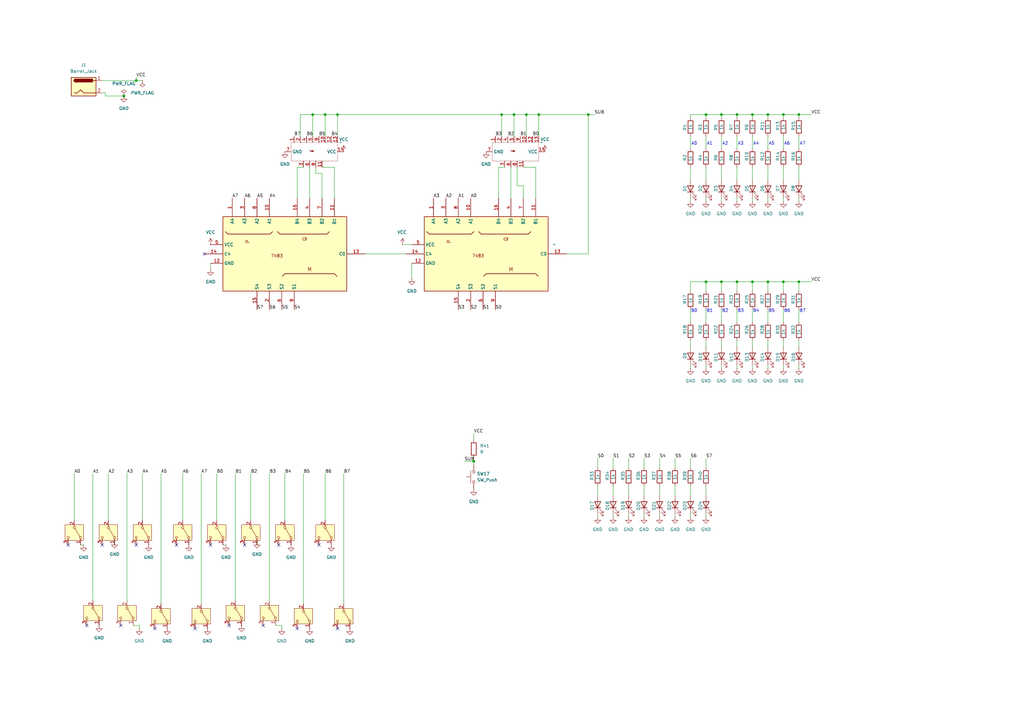
<source format=kicad_sch>
(kicad_sch (version 20250114) (generator "eeschema") (generator_version "9.0")
  (paper "A3")
  (text "A1" (at 291.084 58.928 0) (effects (font (size 1.27 1.27))))
  (text "B7" (at 329.184 127.508 0) (effects (font (size 1.27 1.27))))
  (text "B1" (at 291.084 127.508 0) (effects (font (size 1.27 1.27))))
  (text "B0" (at 284.734 127.508 0) (effects (font (size 1.27 1.27))))
  (text "A4" (at 310.134 58.928 0) (effects (font (size 1.27 1.27))))
  (text "B3" (at 303.784 127.508 0) (effects (font (size 1.27 1.27))))
  (text "A5" (at 316.484 58.928 0) (effects (font (size 1.27 1.27))))
  (text "A3" (at 303.784 58.928 0) (effects (font (size 1.27 1.27))))
  (text "A2" (at 297.434 58.928 0) (effects (font (size 1.27 1.27))))
  (text "A0" (at 284.734 58.928 0) (effects (font (size 1.27 1.27))))
  (text "B6" (at 322.834 127.508 0) (effects (font (size 1.27 1.27))))
  (text "B5" (at 316.484 127.508 0) (effects (font (size 1.27 1.27))))
  (text "B4" (at 310.134 127.508 0) (effects (font (size 1.27 1.27))))
  (text "A6" (at 322.834 58.928 0) (effects (font (size 1.27 1.27))))
  (text "B2" (at 297.434 127.508 0) (effects (font (size 1.27 1.27))))
  (text "A7" (at 329.184 58.928 0) (effects (font (size 1.27 1.27))))
  (junction (at 295.91 115.57))
  (junction (at 327.66 46.99))
  (junction (at 128.27 46.99))
  (junction (at 205.74 46.99))
  (junction (at 321.31 115.57))
  (junction (at 55.88 33.02))
  (junction (at 314.96 115.57))
  (junction (at 308.61 115.57))
  (junction (at 314.96 46.99))
  (junction (at 50.8 39.37))
  (junction (at 327.66 115.57))
  (junction (at 220.98 46.99))
  (junction (at 321.31 46.99))
  (junction (at 289.56 115.57))
  (junction (at 295.91 46.99))
  (junction (at 210.82 46.99))
  (junction (at 302.26 115.57))
  (junction (at 289.56 46.99))
  (junction (at 133.35 46.99))
  (junction (at 215.9 46.99))
  (junction (at 138.43 46.99))
  (junction (at 194.31 189.23))
  (junction (at 308.61 46.99))
  (junction (at 302.26 46.99))
  (junction (at 241.3 46.99))
  (no_connect (at 49.53 256.54))
  (no_connect (at 138.43 257.81))
  (no_connect (at 80.01 257.81))
  (no_connect (at 27.94 223.52))
  (no_connect (at 41.91 223.52))
  (no_connect (at 121.92 257.81))
  (no_connect (at 63.5 257.81))
  (no_connect (at 72.39 223.52))
  (no_connect (at 93.98 256.54))
  (no_connect (at 130.81 223.52))
  (no_connect (at 100.33 223.52))
  (no_connect (at 35.56 256.54))
  (no_connect (at 83.82 104.14))
  (no_connect (at 107.95 256.54))
  (no_connect (at 55.88 223.52))
  (no_connect (at 114.3 223.52))
  (no_connect (at 86.36 223.52))
  (wire (pts (xy 264.16 210.82) (xy 264.16 212.09)))
  (wire (pts (xy 289.56 46.99) (xy 289.56 48.26)))
  (wire (pts (xy 149.86 104.14) (xy 166.37 104.14)))
  (wire (pts (xy 88.9 194.31) (xy 88.9 213.36)))
  (wire (pts (xy 132.08 71.12) (xy 129.54 71.12)))
  (wire (pts (xy 314.96 81.28) (xy 314.96 82.55)))
  (wire (pts (xy 289.56 149.86) (xy 289.56 151.13)))
  (wire (pts (xy 289.56 210.82) (xy 289.56 212.09)))
  (wire (pts (xy 241.3 104.14) (xy 241.3 46.99)))
  (wire (pts (xy 283.21 210.82) (xy 283.21 212.09)))
  (wire (pts (xy 133.35 194.31) (xy 133.35 213.36)))
  (wire (pts (xy 214.63 81.28) (xy 214.63 76.2)))
  (wire (pts (xy 55.88 33.02) (xy 58.42 33.02)))
  (wire (pts (xy 321.31 149.86) (xy 321.31 151.13)))
  (wire (pts (xy 302.26 46.99) (xy 308.61 46.99)))
  (wire (pts (xy 276.86 187.96) (xy 276.86 191.77)))
  (wire (pts (xy 283.21 139.7) (xy 283.21 142.24)))
  (wire (pts (xy 327.66 81.28) (xy 327.66 82.55)))
  (wire (pts (xy 283.21 119.38) (xy 283.21 115.57)))
  (wire (pts (xy 257.81 187.96) (xy 257.81 191.77)))
  (wire (pts (xy 58.42 194.31) (xy 58.42 213.36)))
  (wire (pts (xy 327.66 127) (xy 327.66 132.08)))
  (wire (pts (xy 128.27 46.99) (xy 123.19 46.99)))
  (wire (pts (xy 308.61 115.57) (xy 314.96 115.57)))
  (wire (pts (xy 212.09 76.2) (xy 212.09 68.58)))
  (wire (pts (xy 327.66 115.57) (xy 327.66 119.38)))
  (wire (pts (xy 209.55 68.58) (xy 209.55 81.28)))
  (wire (pts (xy 276.86 199.39) (xy 276.86 203.2)))
  (wire (pts (xy 321.31 139.7) (xy 321.31 142.24)))
  (wire (pts (xy 308.61 46.99) (xy 314.96 46.99)))
  (wire (pts (xy 327.66 46.99) (xy 327.66 48.26)))
  (wire (pts (xy 302.26 115.57) (xy 302.26 119.38)))
  (wire (pts (xy 283.21 68.58) (xy 283.21 73.66)))
  (wire (pts (xy 327.66 139.7) (xy 327.66 142.24)))
  (wire (pts (xy 327.66 46.99) (xy 332.74 46.99)))
  (wire (pts (xy 295.91 46.99) (xy 295.91 48.26)))
  (wire (pts (xy 308.61 115.57) (xy 308.61 119.38)))
  (wire (pts (xy 302.26 115.57) (xy 308.61 115.57)))
  (wire (pts (xy 295.91 115.57) (xy 302.26 115.57)))
  (wire (pts (xy 321.31 55.88) (xy 321.31 60.96)))
  (wire (pts (xy 295.91 127) (xy 295.91 132.08)))
  (wire (pts (xy 66.04 194.31) (xy 66.04 247.65)))
  (wire (pts (xy 245.11 210.82) (xy 245.11 212.09)))
  (wire (pts (xy 314.96 149.86) (xy 314.96 151.13)))
  (wire (pts (xy 44.45 194.31) (xy 44.45 213.36)))
  (wire (pts (xy 194.31 177.8) (xy 194.31 180.34)))
  (wire (pts (xy 308.61 81.28) (xy 308.61 82.55)))
  (wire (pts (xy 38.1 194.31) (xy 38.1 246.38)))
  (wire (pts (xy 302.26 139.7) (xy 302.26 142.24)))
  (wire (pts (xy 314.96 46.99) (xy 321.31 46.99)))
  (wire (pts (xy 232.41 104.14) (xy 241.3 104.14)))
  (wire (pts (xy 308.61 68.58) (xy 308.61 73.66)))
  (wire (pts (xy 137.16 68.58) (xy 137.16 81.28)))
  (wire (pts (xy 321.31 127) (xy 321.31 132.08)))
  (wire (pts (xy 210.82 46.99) (xy 210.82 55.88)))
  (wire (pts (xy 283.21 199.39) (xy 283.21 203.2)))
  (wire (pts (xy 133.35 46.99) (xy 133.35 55.88)))
  (wire (pts (xy 165.1 100.33) (xy 168.91 100.33)))
  (wire (pts (xy 321.31 81.28) (xy 321.31 82.55)))
  (wire (pts (xy 302.26 55.88) (xy 302.26 60.96)))
  (wire (pts (xy 289.56 55.88) (xy 289.56 60.96)))
  (wire (pts (xy 308.61 46.99) (xy 308.61 48.26)))
  (wire (pts (xy 302.26 127) (xy 302.26 132.08)))
  (wire (pts (xy 241.3 46.99) (xy 220.98 46.99)))
  (wire (pts (xy 314.96 115.57) (xy 314.96 119.38)))
  (wire (pts (xy 116.84 194.31) (xy 116.84 213.36)))
  (wire (pts (xy 321.31 46.99) (xy 321.31 48.26)))
  (wire (pts (xy 270.51 187.96) (xy 270.51 191.77)))
  (wire (pts (xy 82.55 194.31) (xy 82.55 247.65)))
  (wire (pts (xy 295.91 139.7) (xy 295.91 142.24)))
  (wire (pts (xy 52.07 194.31) (xy 52.07 246.38)))
  (wire (pts (xy 102.87 194.31) (xy 102.87 213.36)))
  (wire (pts (xy 220.98 46.99) (xy 215.9 46.99)))
  (wire (pts (xy 295.91 81.28) (xy 295.91 82.55)))
  (wire (pts (xy 314.96 127) (xy 314.96 132.08)))
  (wire (pts (xy 295.91 115.57) (xy 295.91 119.38)))
  (wire (pts (xy 295.91 149.86) (xy 295.91 151.13)))
  (wire (pts (xy 132.08 68.58) (xy 137.16 68.58)))
  (wire (pts (xy 241.3 46.99) (xy 243.84 46.99)))
  (wire (pts (xy 321.31 115.57) (xy 321.31 119.38)))
  (wire (pts (xy 43.18 38.1) (xy 43.18 39.37)))
  (wire (pts (xy 57.15 256.54) (xy 57.15 257.81)))
  (wire (pts (xy 283.21 81.28) (xy 283.21 82.55)))
  (wire (pts (xy 30.48 194.31) (xy 30.48 213.36)))
  (wire (pts (xy 264.16 199.39) (xy 264.16 203.2)))
  (wire (pts (xy 138.43 46.99) (xy 138.43 55.88)))
  (wire (pts (xy 302.26 81.28) (xy 302.26 82.55)))
  (wire (pts (xy 251.46 187.96) (xy 251.46 191.77)))
  (wire (pts (xy 314.96 68.58) (xy 314.96 73.66)))
  (wire (pts (xy 219.71 68.58) (xy 214.63 68.58)))
  (wire (pts (xy 219.71 81.28) (xy 219.71 68.58)))
  (wire (pts (xy 321.31 68.58) (xy 321.31 73.66)))
  (wire (pts (xy 321.31 115.57) (xy 327.66 115.57)))
  (wire (pts (xy 96.52 194.31) (xy 96.52 246.38)))
  (wire (pts (xy 41.91 38.1) (xy 43.18 38.1)))
  (wire (pts (xy 308.61 55.88) (xy 308.61 60.96)))
  (wire (pts (xy 308.61 139.7) (xy 308.61 142.24)))
  (wire (pts (xy 54.61 256.54) (xy 57.15 256.54)))
  (wire (pts (xy 302.26 46.99) (xy 302.26 48.26)))
  (wire (pts (xy 314.96 139.7) (xy 314.96 142.24)))
  (wire (pts (xy 205.74 46.99) (xy 205.74 55.88)))
  (wire (pts (xy 86.36 110.49) (xy 86.36 107.95)))
  (wire (pts (xy 204.47 81.28) (xy 204.47 68.58)))
  (wire (pts (xy 115.57 256.54) (xy 115.57 257.81)))
  (wire (pts (xy 276.86 210.82) (xy 276.86 212.09)))
  (wire (pts (xy 327.66 149.86) (xy 327.66 151.13)))
  (wire (pts (xy 295.91 68.58) (xy 295.91 73.66)))
  (wire (pts (xy 127 68.58) (xy 127 81.28)))
  (wire (pts (xy 204.47 68.58) (xy 207.01 68.58)))
  (wire (pts (xy 215.9 46.99) (xy 210.82 46.99)))
  (wire (pts (xy 289.56 187.96) (xy 289.56 191.77)))
  (wire (pts (xy 214.63 76.2) (xy 212.09 76.2)))
  (wire (pts (xy 289.56 115.57) (xy 295.91 115.57)))
  (wire (pts (xy 105.41 223.52) (xy 105.41 222.25)))
  (wire (pts (xy 91.44 223.52) (xy 92.71 223.52)))
  (wire (pts (xy 289.56 199.39) (xy 289.56 203.2)))
  (wire (pts (xy 264.16 187.96) (xy 264.16 191.77)))
  (wire (pts (xy 55.88 31.75) (xy 55.88 33.02)))
  (wire (pts (xy 43.18 39.37) (xy 50.8 39.37)))
  (wire (pts (xy 128.27 46.99) (xy 128.27 55.88)))
  (wire (pts (xy 314.96 46.99) (xy 314.96 48.26)))
  (wire (pts (xy 289.56 46.99) (xy 295.91 46.99)))
  (wire (pts (xy 283.21 115.57) (xy 289.56 115.57)))
  (wire (pts (xy 283.21 55.88) (xy 283.21 60.96)))
  (wire (pts (xy 283.21 149.86) (xy 283.21 151.13)))
  (wire (pts (xy 132.08 81.28) (xy 132.08 71.12)))
  (wire (pts (xy 283.21 127) (xy 283.21 132.08)))
  (wire (pts (xy 257.81 210.82) (xy 257.81 212.09)))
  (wire (pts (xy 110.49 194.31) (xy 110.49 246.38)))
  (wire (pts (xy 245.11 187.96) (xy 245.11 191.77)))
  (wire (pts (xy 121.92 68.58) (xy 124.46 68.58)))
  (wire (pts (xy 41.91 33.02) (xy 55.88 33.02)))
  (wire (pts (xy 321.31 46.99) (xy 327.66 46.99)))
  (wire (pts (xy 295.91 46.99) (xy 302.26 46.99)))
  (wire (pts (xy 205.74 46.99) (xy 138.43 46.99)))
  (wire (pts (xy 283.21 48.26) (xy 283.21 46.99)))
  (wire (pts (xy 194.31 189.23) (xy 194.31 190.5)))
  (wire (pts (xy 327.66 68.58) (xy 327.66 73.66)))
  (wire (pts (xy 46.99 223.52) (xy 46.99 222.25)))
  (wire (pts (xy 314.96 55.88) (xy 314.96 60.96)))
  (wire (pts (xy 327.66 115.57) (xy 332.74 115.57)))
  (wire (pts (xy 289.56 81.28) (xy 289.56 82.55)))
  (wire (pts (xy 283.21 46.99) (xy 289.56 46.99)))
  (wire (pts (xy 123.19 46.99) (xy 123.19 55.88)))
  (wire (pts (xy 289.56 139.7) (xy 289.56 142.24)))
  (wire (pts (xy 74.93 194.31) (xy 74.93 213.36)))
  (wire (pts (xy 190.5 189.23) (xy 194.31 189.23)))
  (wire (pts (xy 289.56 115.57) (xy 289.56 119.38)))
  (wire (pts (xy 308.61 127) (xy 308.61 132.08)))
  (wire (pts (xy 129.54 71.12) (xy 129.54 68.58)))
  (wire (pts (xy 257.81 199.39) (xy 257.81 203.2)))
  (wire (pts (xy 283.21 187.96) (xy 283.21 191.77)))
  (wire (pts (xy 314.96 115.57) (xy 321.31 115.57)))
  (wire (pts (xy 220.98 46.99) (xy 220.98 55.88)))
  (wire (pts (xy 113.03 256.54) (xy 115.57 256.54)))
  (wire (pts (xy 327.66 55.88) (xy 327.66 60.96)))
  (wire (pts (xy 245.11 199.39) (xy 245.11 203.2)))
  (wire (pts (xy 140.97 194.31) (xy 140.97 247.65)))
  (wire (pts (xy 251.46 210.82) (xy 251.46 212.09)))
  (wire (pts (xy 270.51 210.82) (xy 270.51 212.09)))
  (wire (pts (xy 133.35 46.99) (xy 128.27 46.99)))
  (wire (pts (xy 251.46 199.39) (xy 251.46 203.2)))
  (wire (pts (xy 289.56 68.58) (xy 289.56 73.66)))
  (wire (pts (xy 121.92 81.28) (xy 121.92 68.58)))
  (wire (pts (xy 215.9 46.99) (xy 215.9 55.88)))
  (wire (pts (xy 302.26 68.58) (xy 302.26 73.66)))
  (wire (pts (xy 33.02 223.52) (xy 34.29 223.52)))
  (wire (pts (xy 210.82 46.99) (xy 205.74 46.99)))
  (wire (pts (xy 194.31 187.96) (xy 194.31 189.23)))
  (wire (pts (xy 168.91 107.95) (xy 168.91 114.3)))
  (wire (pts (xy 270.51 199.39) (xy 270.51 203.2)))
  (wire (pts (xy 289.56 127) (xy 289.56 132.08)))
  (wire (pts (xy 302.26 149.86) (xy 302.26 151.13)))
  (wire (pts (xy 308.61 149.86) (xy 308.61 151.13)))
  (wire (pts (xy 295.91 55.88) (xy 295.91 60.96)))
  (wire (pts (xy 124.46 194.31) (xy 124.46 247.65)))
  (wire (pts (xy 138.43 46.99) (xy 133.35 46.99)))
  (label "A2" (at 182.88 81.28 0))
  (label "A0" (at 30.48 194.31 0))
  (label "S7" (at 289.56 187.96 0))
  (label "A0" (at 193.04 81.28 0))
  (label "A7" (at 82.55 194.31 0))
  (label "S4" (at 270.51 187.96 0))
  (label "A6" (at 74.93 194.31 0))
  (label "B2" (at 102.87 194.31 0))
  (label "A4" (at 58.42 194.31 0))
  (label "B5" (at 124.46 194.31 0))
  (label "A2" (at 44.45 194.31 0))
  (label "A7" (at 95.25 81.28 0))
  (label "A6" (at 100.33 81.28 0))
  (label "VCC" (at 194.31 177.8 0))
  (label "B0" (at 218.44 55.88 0))
  (label "SUB" (at 243.84 46.99 0))
  (label "A5" (at 105.41 81.28 0))
  (label "S3" (at 264.16 187.96 0))
  (label "B1" (at 213.36 55.88 0))
  (label "B4" (at 135.89 55.88 0))
  (label "S5" (at 115.57 127 0))
  (label "S7" (at 105.41 127 0))
  (label "B6" (at 125.73 55.88 0))
  (label "VCC" (at 332.74 46.99 0))
  (label "B1" (at 96.52 194.31 0))
  (label "S3" (at 187.96 127 0))
  (label "A1" (at 38.1 194.31 0))
  (label "B2" (at 208.28 55.88 0))
  (label "B5" (at 130.81 55.88 0))
  (label "S4" (at 120.65 127 0))
  (label "VCC" (at 55.88 31.75 0))
  (label "S6" (at 283.21 187.96 0))
  (label "S1" (at 251.46 187.96 0))
  (label "S1" (at 198.12 127 0))
  (label "B7" (at 120.65 55.88 0))
  (label "S0" (at 203.2 127 0))
  (label "A4" (at 110.49 81.28 0))
  (label "B0" (at 88.9 194.31 0))
  (label "B3" (at 110.49 194.31 0))
  (label "A3" (at 177.8 81.28 0))
  (label "S0" (at 245.11 187.96 0))
  (label "VCC" (at 332.74 115.57 0))
  (label "A5" (at 66.04 194.31 0))
  (label "B7" (at 140.97 194.31 0))
  (label "B6" (at 133.35 194.31 0))
  (label "S6" (at 110.49 127 0))
  (label "SUB" (at 190.5 189.23 0))
  (label "S5" (at 276.86 187.96 0))
  (label "S2" (at 193.04 127 0))
  (label "A3" (at 52.07 194.31 0))
  (label "B4" (at 116.84 194.31 0))
  (label "S2" (at 257.81 187.96 0))
  (label "A1" (at 187.96 81.28 0))
  (label "B3" (at 203.2 55.88 0))
  (symbol (lib_id "power:GND") (at 245.11 212.09 0) (unit 1)
    (property "Reference" "#PWR043" (effects (hide yes)))
    (property "Value" "GND" (at 245.11 217.17 0))
    (property "Description" "Power symbol creates a global label with name \"GND\" , ground" (effects (hide yes)))
  )
  (symbol (lib_id "Device:R") (at 289.56 195.58 0) (unit 1)
    (property "Reference" "R40" (at 287.274 197.104 90) (effects (justify left)))
    (property "Value" "1k" (at 289.56 196.85 90) (effects (justify left)))
    (property "Footprint" "Resistor_THT:R_Axial_DIN0204_L3.6mm_D1.6mm_P5.08mm_Horizontal" (effects (hide yes)))
    (property "Description" "Resistor" (effects (hide yes)))
  )
  (symbol (lib_id "power:PWR_FLAG") (at 58.42 33.02 180) (unit 1)
    (property "Reference" "#FLG01" (effects (hide yes)))
    (property "Value" "PWR_FLAG" (at 58.42 38.1 0))
    (property "Description" "Special symbol for telling ERC where power comes from" (effects (hide yes)))
  )
  (symbol (lib_id "ICs:7483") (at 196.85 109.22 0) (unit 1)
    (property "Reference" "U1" (effects (hide yes)))
    (property "Value" "~" (at 227.33 100.2598 0))
    (property "Footprint" "Package_DIP:DIP-16_W7.62mm" (effects (hide yes)))
  )
  (symbol (lib_id "power:GND") (at 143.51 257.81 0) (unit 1)
    (property "Reference" "#PWR026" (effects (hide yes)))
    (property "Value" "GND" (at 143.51 262.89 0))
    (property "Description" "Power symbol creates a global label with name \"GND\" , ground" (effects (hide yes)))
  )
  (symbol (lib_id "power:GND") (at 308.61 82.55 0) (unit 1)
    (property "Reference" "#PWR031" (effects (hide yes)))
    (property "Value" "GND" (at 308.61 87.63 0))
    (property "Description" "Power symbol creates a global label with name \"GND\" , ground" (effects (hide yes)))
  )
  (symbol (lib_id "power:GND") (at 264.16 212.09 0) (unit 1)
    (property "Reference" "#PWR046" (effects (hide yes)))
    (property "Value" "GND" (at 264.16 217.17 0))
    (property "Description" "Power symbol creates a global label with name \"GND\" , ground" (effects (hide yes)))
  )
  (symbol (lib_id "power:GND") (at 251.46 212.09 0) (unit 1)
    (property "Reference" "#PWR044" (effects (hide yes)))
    (property "Value" "GND" (at 251.46 217.17 0))
    (property "Description" "Power symbol creates a global label with name \"GND\" , ground" (effects (hide yes)))
  )
  (symbol (lib_id "Switch:SW_SPDT") (at 52.07 251.46 270) (unit 1)
    (property "Reference" "SW6" (effects (hide yes)))
    (property "Value" "SW_SPDT" (effects (hide yes)))
    (property "Footprint" "new switch:adder switch" (effects (hide yes)))
    (property "Description" "Switch, single pole double throw" (effects (hide yes)))
  )
  (symbol (lib_id "Device:R") (at 302.26 135.89 0) (unit 1)
    (property "Reference" "R24" (at 299.974 137.16 90) (effects (justify left)))
    (property "Value" "1k" (at 302.26 137.414 90) (effects (justify left)))
    (property "Footprint" "Resistor_THT:R_Axial_DIN0204_L3.6mm_D1.6mm_P5.08mm_Horizontal" (effects (hide yes)))
    (property "Description" "Resistor" (effects (hide yes)))
  )
  (symbol (lib_id "power:GND") (at 283.21 82.55 0) (unit 1)
    (property "Reference" "#PWR027" (effects (hide yes)))
    (property "Value" "GND" (at 283.21 87.63 0))
    (property "Description" "Power symbol creates a global label with name \"GND\" , ground" (effects (hide yes)))
  )
  (symbol (lib_id "power:GND") (at 302.26 82.55 0) (unit 1)
    (property "Reference" "#PWR030" (effects (hide yes)))
    (property "Value" "GND" (at 302.26 87.63 0))
    (property "Description" "Power symbol creates a global label with name \"GND\" , ground" (effects (hide yes)))
  )
  (symbol (lib_id "Device:R") (at 308.61 52.07 0) (unit 1)
    (property "Reference" "R9" (at 306.324 53.594 90) (effects (justify left)))
    (property "Value" "1k" (at 308.61 53.34 90) (effects (justify left)))
    (property "Footprint" "Resistor_THT:R_Axial_DIN0204_L3.6mm_D1.6mm_P5.08mm_Horizontal" (effects (hide yes)))
    (property "Description" "Resistor" (effects (hide yes)))
  )
  (symbol (lib_id "power:GND") (at 57.15 257.81 0) (unit 1)
    (property "Reference" "#PWR012" (effects (hide yes)))
    (property "Value" "GND" (at 57.15 262.89 0))
    (property "Description" "Power symbol creates a global label with name \"GND\" , ground" (effects (hide yes)))
  )
  (symbol (lib_id "ICs:7486") (at 127 62.23 0) (unit 1)
    (property "Reference" "U2" (effects (hide yes)))
    (property "Value" "~" (at 139.7 58.3498 0))
    (property "Footprint" "Package_DIP:DIP-14_W7.62mm" (effects (hide yes)))
  )
  (symbol (lib_id "power:GND") (at 127 257.81 0) (unit 1)
    (property "Reference" "#PWR022" (effects (hide yes)))
    (property "Value" "GND" (at 127 262.89 0))
    (property "Description" "Power symbol creates a global label with name \"GND\" , ground" (effects (hide yes)))
  )
  (symbol (lib_id "power:GND") (at 86.36 110.49 0) (unit 1)
    (property "Reference" "#PWR01" (effects (hide yes)))
    (property "Value" "GND" (at 86.36 115.57 0))
    (property "Description" "Power symbol creates a global label with name \"GND\" , ground" (effects (hide yes)))
  )
  (symbol (lib_id "power:GND") (at 289.56 151.13 0) (unit 1)
    (property "Reference" "#PWR036" (effects (hide yes)))
    (property "Value" "GND" (at 289.56 156.21 0))
    (property "Description" "Power symbol creates a global label with name \"GND\" , ground" (effects (hide yes)))
  )
  (symbol (lib_id "ICs:7483") (at 114.3 109.22 0) (unit 1)
    (property "Reference" "U4" (effects (hide yes)))
    (property "Footprint" "Package_DIP:DIP-16_W7.62mm" (effects (hide yes)))
  )
  (symbol (lib_id "power:GND") (at 135.89 223.52 0) (unit 1)
    (property "Reference" "#PWR025" (effects (hide yes)))
    (property "Value" "GND" (at 135.89 228.6 0))
    (property "Description" "Power symbol creates a global label with name \"GND\" , ground" (effects (hide yes)))
  )
  (symbol (lib_id "Device:R") (at 302.26 52.07 0) (unit 1)
    (property "Reference" "R7" (at 299.974 53.594 90) (effects (justify left)))
    (property "Value" "1k" (at 302.26 53.34 90) (effects (justify left)))
    (property "Footprint" "Resistor_THT:R_Axial_DIN0204_L3.6mm_D1.6mm_P5.08mm_Horizontal" (effects (hide yes)))
    (property "Description" "Resistor" (effects (hide yes)))
  )
  (symbol (lib_id "Device:R") (at 295.91 64.77 0) (unit 1)
    (property "Reference" "R6" (at 293.624 66.04 90) (effects (justify left)))
    (property "Value" "1k" (at 295.91 66.294 90) (effects (justify left)))
    (property "Footprint" "Resistor_THT:R_Axial_DIN0204_L3.6mm_D1.6mm_P5.08mm_Horizontal" (effects (hide yes)))
    (property "Description" "Resistor" (effects (hide yes)))
  )
  (symbol (lib_id "Device:LED") (at 283.21 207.01 90) (unit 1)
    (property "Reference" "D23" (at 280.924 205.486 0) (effects (justify right)))
    (property "Value" "LED" (effects (hide yes)))
    (property "Footprint" "LED_THT:LED_D3.0mm" (effects (hide yes)))
    (property "Description" "Light emitting diode" (effects (hide yes)))
    (property "Sim.Pins" "1=K 2=A" (effects (hide yes)))
  )
  (symbol (lib_id "power:PWR_FLAG") (at 50.8 39.37 0) (unit 1)
    (property "Reference" "#FLG02" (effects (hide yes)))
    (property "Value" "PWR_FLAG" (at 50.8 34.29 0))
    (property "Description" "Special symbol for telling ERC where power comes from" (effects (hide yes)))
  )
  (symbol (lib_id "Device:R") (at 308.61 64.77 0) (unit 1)
    (property "Reference" "R10" (at 306.324 66.04 90) (effects (justify left)))
    (property "Value" "1k" (at 308.61 66.294 90) (effects (justify left)))
    (property "Footprint" "Resistor_THT:R_Axial_DIN0204_L3.6mm_D1.6mm_P5.08mm_Horizontal" (effects (hide yes)))
    (property "Description" "Resistor" (effects (hide yes)))
  )
  (symbol (lib_id "Device:R") (at 194.31 184.15 0) (unit 1)
    (property "Reference" "R41" (at 196.85 182.8799 0) (effects (justify left)))
    (property "Value" "R" (at 196.85 185.4199 0) (effects (justify left)))
    (property "Footprint" "Resistor_THT:R_Axial_DIN0204_L3.6mm_D1.6mm_P5.08mm_Horizontal" (effects (hide yes)))
    (property "Description" "Resistor" (effects (hide yes)))
  )
  (symbol (lib_id "Switch:SW_SPDT") (at 110.49 251.46 270) (unit 1)
    (property "Reference" "SW11" (effects (hide yes)))
    (property "Value" "SW_SPDT" (effects (hide yes)))
    (property "Footprint" "new switch:adder switch" (effects (hide yes)))
    (property "Description" "Switch, single pole double throw" (effects (hide yes)))
  )
  (symbol (lib_id "Device:R") (at 314.96 123.19 0) (unit 1)
    (property "Reference" "R27" (at 312.674 124.714 90) (effects (justify left)))
    (property "Value" "1k" (at 314.96 124.46 90) (effects (justify left)))
    (property "Footprint" "Resistor_THT:R_Axial_DIN0204_L3.6mm_D1.6mm_P5.08mm_Horizontal" (effects (hide yes)))
    (property "Description" "Resistor" (effects (hide yes)))
  )
  (symbol (lib_id "power:GND") (at 60.96 223.52 0) (unit 1)
    (property "Reference" "#PWR021" (effects (hide yes)))
    (property "Value" "GND" (at 60.96 228.6 0))
    (property "Description" "Power symbol creates a global label with name \"GND\" , ground" (effects (hide yes)))
  )
  (symbol (lib_id "power:GND") (at 314.96 82.55 0) (unit 1)
    (property "Reference" "#PWR032" (effects (hide yes)))
    (property "Value" "GND" (at 314.96 87.63 0))
    (property "Description" "Power symbol creates a global label with name \"GND\" , ground" (effects (hide yes)))
  )
  (symbol (lib_id "power:VCC") (at 140.97 62.23 0) (unit 1)
    (property "Reference" "#PWR06" (effects (hide yes)))
    (property "Value" "VCC" (at 140.97 57.15 0))
    (property "Description" "Power symbol creates a global label with name \"VCC\"" (effects (hide yes)))
  )
  (symbol (lib_id "power:GND") (at 289.56 212.09 0) (unit 1)
    (property "Reference" "#PWR050" (effects (hide yes)))
    (property "Value" "GND" (at 289.56 217.17 0))
    (property "Description" "Power symbol creates a global label with name \"GND\" , ground" (effects (hide yes)))
  )
  (symbol (lib_id "Device:R") (at 251.46 195.58 0) (unit 1)
    (property "Reference" "R34" (at 249.174 197.104 90) (effects (justify left)))
    (property "Value" "1k" (at 251.46 196.85 90) (effects (justify left)))
    (property "Footprint" "Resistor_THT:R_Axial_DIN0204_L3.6mm_D1.6mm_P5.08mm_Horizontal" (effects (hide yes)))
    (property "Description" "Resistor" (effects (hide yes)))
  )
  (symbol (lib_id "Device:R") (at 321.31 64.77 0) (unit 1)
    (property "Reference" "R14" (at 319.024 66.04 90) (effects (justify left)))
    (property "Value" "1k" (at 321.31 66.294 90) (effects (justify left)))
    (property "Footprint" "Resistor_THT:R_Axial_DIN0204_L3.6mm_D1.6mm_P5.08mm_Horizontal" (effects (hide yes)))
    (property "Description" "Resistor" (effects (hide yes)))
  )
  (symbol (lib_id "Device:R") (at 289.56 64.77 0) (unit 1)
    (property "Reference" "R4" (at 287.274 66.04 90) (effects (justify left)))
    (property "Value" "1k" (at 289.56 66.294 90) (effects (justify left)))
    (property "Footprint" "Resistor_THT:R_Axial_DIN0204_L3.6mm_D1.6mm_P5.08mm_Horizontal" (effects (hide yes)))
    (property "Description" "Resistor" (effects (hide yes)))
  )
  (symbol (lib_id "power:GND") (at 295.91 151.13 0) (unit 1)
    (property "Reference" "#PWR037" (effects (hide yes)))
    (property "Value" "GND" (at 295.91 156.21 0))
    (property "Description" "Power symbol creates a global label with name \"GND\" , ground" (effects (hide yes)))
  )
  (symbol (lib_id "power:GND") (at 99.06 256.54 0) (unit 1)
    (property "Reference" "#PWR014" (effects (hide yes)))
    (property "Value" "GND" (at 99.06 261.62 0))
    (property "Description" "Power symbol creates a global label with name \"GND\" , ground" (effects (hide yes)))
  )
  (symbol (lib_id "Device:LED") (at 314.96 77.47 90) (unit 1)
    (property "Reference" "D6" (at 312.674 75.946 0) (effects (justify right)))
    (property "Value" "LED" (effects (hide yes)))
    (property "Footprint" "LED_THT:LED_D3.0mm" (effects (hide yes)))
    (property "Description" "Light emitting diode" (effects (hide yes)))
    (property "Sim.Pins" "1=K 2=A" (effects (hide yes)))
  )
  (symbol (lib_id "power:GND") (at 116.84 62.23 0) (unit 1)
    (property "Reference" "#PWR07" (effects (hide yes)))
    (property "Value" "GND" (at 116.84 67.31 0))
    (property "Description" "Power symbol creates a global label with name \"GND\" , ground" (effects (hide yes)))
  )
  (symbol (lib_id "power:GND") (at 68.58 257.81 0) (unit 1)
    (property "Reference" "#PWR015" (effects (hide yes)))
    (property "Value" "GND" (at 68.58 262.89 0))
    (property "Description" "Power symbol creates a global label with name \"GND\" , ground" (effects (hide yes)))
  )
  (symbol (lib_id "Switch:SW_SPDT") (at 102.87 218.44 270) (unit 1)
    (property "Reference" "SW10" (effects (hide yes)))
    (property "Value" "SW_SPDT" (effects (hide yes)))
    (property "Footprint" "new switch:adder switch" (effects (hide yes)))
    (property "Description" "Switch, single pole double throw" (effects (hide yes)))
  )
  (symbol (lib_id "Switch:SW_SPDT") (at 140.97 252.73 270) (unit 1)
    (property "Reference" "SW16" (effects (hide yes)))
    (property "Value" "SW_SPDT" (effects (hide yes)))
    (property "Footprint" "new switch:adder switch" (effects (hide yes)))
    (property "Description" "Switch, single pole double throw" (effects (hide yes)))
  )
  (symbol (lib_id "power:GND") (at 283.21 151.13 0) (unit 1)
    (property "Reference" "#PWR035" (effects (hide yes)))
    (property "Value" "GND" (at 283.21 156.21 0))
    (property "Description" "Power symbol creates a global label with name \"GND\" , ground" (effects (hide yes)))
  )
  (symbol (lib_id "Device:LED") (at 289.56 207.01 90) (unit 1)
    (property "Reference" "D24" (at 287.274 205.486 0) (effects (justify right)))
    (property "Value" "LED" (effects (hide yes)))
    (property "Footprint" "LED_THT:LED_D3.0mm" (effects (hide yes)))
    (property "Description" "Light emitting diode" (effects (hide yes)))
    (property "Sim.Pins" "1=K 2=A" (effects (hide yes)))
  )
  (symbol (lib_id "Device:R") (at 283.21 64.77 0) (unit 1)
    (property "Reference" "R2" (at 280.924 66.04 90) (effects (justify left)))
    (property "Value" "1k" (at 283.21 66.294 90) (effects (justify left)))
    (property "Footprint" "Resistor_THT:R_Axial_DIN0204_L3.6mm_D1.6mm_P5.08mm_Horizontal" (effects (hide yes)))
    (property "Description" "Resistor" (effects (hide yes)))
  )
  (symbol (lib_id "Device:LED") (at 245.11 207.01 90) (unit 1)
    (property "Reference" "D17" (at 242.824 205.486 0) (effects (justify right)))
    (property "Value" "LED" (effects (hide yes)))
    (property "Footprint" "LED_THT:LED_D3.0mm" (effects (hide yes)))
    (property "Description" "Light emitting diode" (effects (hide yes)))
    (property "Sim.Pins" "1=K 2=A" (effects (hide yes)))
  )
  (symbol (lib_id "Device:LED") (at 276.86 207.01 90) (unit 1)
    (property "Reference" "D22" (at 274.574 205.486 0) (effects (justify right)))
    (property "Value" "LED" (effects (hide yes)))
    (property "Footprint" "LED_THT:LED_D3.0mm" (effects (hide yes)))
    (property "Description" "Light emitting diode" (effects (hide yes)))
    (property "Sim.Pins" "1=K 2=A" (effects (hide yes)))
  )
  (symbol (lib_id "Device:R") (at 295.91 123.19 0) (unit 1)
    (property "Reference" "R21" (at 293.624 124.714 90) (effects (justify left)))
    (property "Value" "1k" (at 295.91 124.46 90) (effects (justify left)))
    (property "Footprint" "Resistor_THT:R_Axial_DIN0204_L3.6mm_D1.6mm_P5.08mm_Horizontal" (effects (hide yes)))
    (property "Description" "Resistor" (effects (hide yes)))
  )
  (symbol (lib_id "Switch:SW_SPDT") (at 44.45 218.44 270) (unit 1)
    (property "Reference" "SW8" (effects (hide yes)))
    (property "Value" "SW_SPDT" (effects (hide yes)))
    (property "Footprint" "new switch:adder switch" (effects (hide yes)))
    (property "Description" "Switch, single pole double throw" (effects (hide yes)))
  )
  (symbol (lib_id "Device:R") (at 321.31 135.89 0) (unit 1)
    (property "Reference" "R30" (at 319.024 137.16 90) (effects (justify left)))
    (property "Value" "1k" (at 321.31 137.414 90) (effects (justify left)))
    (property "Footprint" "Resistor_THT:R_Axial_DIN0204_L3.6mm_D1.6mm_P5.08mm_Horizontal" (effects (hide yes)))
    (property "Description" "Resistor" (effects (hide yes)))
  )
  (symbol (lib_id "power:GND") (at 194.31 200.66 0) (unit 1)
    (property "Reference" "#PWR051" (effects (hide yes)))
    (property "Value" "GND" (at 194.31 205.74 0))
    (property "Description" "Power symbol creates a global label with name \"GND\" , ground" (effects (hide yes)))
  )
  (symbol (lib_id "Switch:SW_SPDT") (at 124.46 252.73 270) (unit 1)
    (property "Reference" "SW14" (effects (hide yes)))
    (property "Value" "SW_SPDT" (effects (hide yes)))
    (property "Footprint" "new switch:adder switch" (effects (hide yes)))
    (property "Description" "Switch, single pole double throw" (effects (hide yes)))
  )
  (symbol (lib_id "Device:LED") (at 314.96 146.05 90) (unit 1)
    (property "Reference" "D14" (at 312.674 144.526 0) (effects (justify right)))
    (property "Value" "LED" (effects (hide yes)))
    (property "Footprint" "LED_THT:LED_D3.0mm" (effects (hide yes)))
    (property "Description" "Light emitting diode" (effects (hide yes)))
    (property "Sim.Pins" "1=K 2=A" (effects (hide yes)))
  )
  (symbol (lib_id "power:VCC") (at 165.1 100.33 0) (unit 1)
    (property "Reference" "#PWR03" (effects (hide yes)))
    (property "Value" "VCC" (at 164.846 95.25 0))
    (property "Description" "Power symbol creates a global label with name \"VCC\"" (effects (hide yes)))
  )
  (symbol (lib_id "power:GND") (at 85.09 257.81 0) (unit 1)
    (property "Reference" "#PWR024" (effects (hide yes)))
    (property "Value" "GND" (at 85.09 262.89 0))
    (property "Description" "Power symbol creates a global label with name \"GND\" , ground" (effects (hide yes)))
  )
  (symbol (lib_id "Device:LED") (at 302.26 146.05 90) (unit 1)
    (property "Reference" "D12" (at 299.974 144.526 0) (effects (justify right)))
    (property "Value" "LED" (effects (hide yes)))
    (property "Footprint" "LED_THT:LED_D3.0mm" (effects (hide yes)))
    (property "Description" "Light emitting diode" (effects (hide yes)))
    (property "Sim.Pins" "1=K 2=A" (effects (hide yes)))
  )
  (symbol (lib_id "Device:R") (at 314.96 135.89 0) (unit 1)
    (property "Reference" "R28" (at 312.674 137.16 90) (effects (justify left)))
    (property "Value" "1k" (at 314.96 137.414 90) (effects (justify left)))
    (property "Footprint" "Resistor_THT:R_Axial_DIN0204_L3.6mm_D1.6mm_P5.08mm_Horizontal" (effects (hide yes)))
    (property "Description" "Resistor" (effects (hide yes)))
  )
  (symbol (lib_id "power:GND") (at 77.47 223.52 0) (unit 1)
    (property "Reference" "#PWR023" (effects (hide yes)))
    (property "Value" "GND" (at 77.47 228.6 0))
    (property "Description" "Power symbol creates a global label with name \"GND\" , ground" (effects (hide yes)))
  )
  (symbol (lib_id "Device:LED") (at 308.61 77.47 90) (unit 1)
    (property "Reference" "D5" (at 306.324 75.946 0) (effects (justify right)))
    (property "Value" "LED" (effects (hide yes)))
    (property "Footprint" "LED_THT:LED_D3.0mm" (effects (hide yes)))
    (property "Description" "Light emitting diode" (effects (hide yes)))
    (property "Sim.Pins" "1=K 2=A" (effects (hide yes)))
  )
  (symbol (lib_id "Device:R") (at 302.26 123.19 0) (unit 1)
    (property "Reference" "R23" (at 299.974 124.714 90) (effects (justify left)))
    (property "Value" "1k" (at 302.26 124.46 90) (effects (justify left)))
    (property "Footprint" "Resistor_THT:R_Axial_DIN0204_L3.6mm_D1.6mm_P5.08mm_Horizontal" (effects (hide yes)))
    (property "Description" "Resistor" (effects (hide yes)))
  )
  (symbol (lib_id "power:GND") (at 270.51 212.09 0) (unit 1)
    (property "Reference" "#PWR047" (effects (hide yes)))
    (property "Value" "GND" (at 270.51 217.17 0))
    (property "Description" "Power symbol creates a global label with name \"GND\" , ground" (effects (hide yes)))
  )
  (symbol (lib_id "Device:R") (at 283.21 52.07 0) (unit 1)
    (property "Reference" "R1" (at 280.924 53.594 90) (effects (justify left)))
    (property "Value" "1k" (at 283.21 53.34 90) (effects (justify left)))
    (property "Footprint" "Resistor_THT:R_Axial_DIN0204_L3.6mm_D1.6mm_P5.08mm_Horizontal" (effects (hide yes)))
    (property "Description" "Resistor" (effects (hide yes)))
  )
  (symbol (lib_id "power:GND") (at 119.38 223.52 0) (unit 1)
    (property "Reference" "#PWR018" (effects (hide yes)))
    (property "Value" "GND" (at 119.38 228.6 0))
    (property "Description" "Power symbol creates a global label with name \"GND\" , ground" (effects (hide yes)))
  )
  (symbol (lib_id "Device:R") (at 283.21 123.19 0) (unit 1)
    (property "Reference" "R17" (at 280.924 124.714 90) (effects (justify left)))
    (property "Value" "1k" (at 283.21 124.46 90) (effects (justify left)))
    (property "Footprint" "Resistor_THT:R_Axial_DIN0204_L3.6mm_D1.6mm_P5.08mm_Horizontal" (effects (hide yes)))
    (property "Description" "Resistor" (effects (hide yes)))
  )
  (symbol (lib_id "Switch:SW_SPDT") (at 88.9 218.44 270) (unit 1)
    (property "Reference" "SW1" (effects (hide yes)))
    (property "Value" "SW_SPDT" (effects (hide yes)))
    (property "Footprint" "new switch:adder switch" (effects (hide yes)))
    (property "Description" "Switch, single pole double throw" (effects (hide yes)))
  )
  (symbol (lib_id "power:GND") (at 115.57 257.81 0) (unit 1)
    (property "Reference" "#PWR017" (effects (hide yes)))
    (property "Value" "GND" (at 115.57 262.89 0))
    (property "Description" "Power symbol creates a global label with name \"GND\" , ground" (effects (hide yes)))
  )
  (symbol (lib_id "Device:LED") (at 327.66 77.47 90) (unit 1)
    (property "Reference" "D8" (at 325.374 75.946 0) (effects (justify right)))
    (property "Value" "LED" (effects (hide yes)))
    (property "Footprint" "LED_THT:LED_D3.0mm" (effects (hide yes)))
    (property "Description" "Light emitting diode" (effects (hide yes)))
    (property "Sim.Pins" "1=K 2=A" (effects (hide yes)))
  )
  (symbol (lib_id "Device:LED") (at 283.21 77.47 90) (unit 1)
    (property "Reference" "D1" (at 280.924 75.946 0) (effects (justify right)))
    (property "Value" "LED" (effects (hide yes)))
    (property "Footprint" "LED_THT:LED_D3.0mm" (effects (hide yes)))
    (property "Description" "Light emitting diode" (effects (hide yes)))
    (property "Sim.Pins" "1=K 2=A" (effects (hide yes)))
  )
  (symbol (lib_id "Device:R") (at 289.56 123.19 0) (unit 1)
    (property "Reference" "R19" (at 287.274 124.714 90) (effects (justify left)))
    (property "Value" "1k" (at 289.56 124.46 90) (effects (justify left)))
    (property "Footprint" "Resistor_THT:R_Axial_DIN0204_L3.6mm_D1.6mm_P5.08mm_Horizontal" (effects (hide yes)))
    (property "Description" "Resistor" (effects (hide yes)))
  )
  (symbol (lib_id "power:VCC") (at 86.36 100.33 0) (unit 1)
    (property "Reference" "#PWR04" (effects (hide yes)))
    (property "Value" "VCC" (at 86.36 95.25 0))
    (property "Description" "Power symbol creates a global label with name \"VCC\"" (effects (hide yes)))
  )
  (symbol (lib_id "power:GND") (at 199.39 62.23 0) (unit 1)
    (property "Reference" "#PWR08" (effects (hide yes)))
    (property "Value" "GND" (at 199.39 67.31 0))
    (property "Description" "Power symbol creates a global label with name \"GND\" , ground" (effects (hide yes)))
  )
  (symbol (lib_id "Device:R") (at 289.56 52.07 0) (unit 1)
    (property "Reference" "R3" (at 287.274 53.594 90) (effects (justify left)))
    (property "Value" "1k" (at 289.56 53.34 90) (effects (justify left)))
    (property "Footprint" "Resistor_THT:R_Axial_DIN0204_L3.6mm_D1.6mm_P5.08mm_Horizontal" (effects (hide yes)))
    (property "Description" "Resistor" (effects (hide yes)))
  )
  (symbol (lib_id "power:GND") (at 105.41 222.25 0) (unit 1)
    (property "Reference" "#PWR016" (effects (hide yes)))
    (property "Value" "GND" (at 105.41 227.33 0))
    (property "Description" "Power symbol creates a global label with name \"GND\" , ground" (effects (hide yes)))
  )
  (symbol (lib_id "power:GND") (at 40.64 256.54 0) (unit 1)
    (property "Reference" "#PWR011" (effects (hide yes)))
    (property "Value" "GND" (at 40.64 261.62 0))
    (property "Description" "Power symbol creates a global label with name \"GND\" , ground" (effects (hide yes)))
  )
  (symbol (lib_id "Device:R") (at 302.26 64.77 0) (unit 1)
    (property "Reference" "R8" (at 299.974 66.04 90) (effects (justify left)))
    (property "Value" "1k" (at 302.26 66.294 90) (effects (justify left)))
    (property "Footprint" "Resistor_THT:R_Axial_DIN0204_L3.6mm_D1.6mm_P5.08mm_Horizontal" (effects (hide yes)))
    (property "Description" "Resistor" (effects (hide yes)))
  )
  (symbol (lib_id "Device:R") (at 314.96 52.07 0) (unit 1)
    (property "Reference" "R11" (at 312.674 53.594 90) (effects (justify left)))
    (property "Value" "1k" (at 314.96 53.34 90) (effects (justify left)))
    (property "Footprint" "Resistor_THT:R_Axial_DIN0204_L3.6mm_D1.6mm_P5.08mm_Horizontal" (effects (hide yes)))
    (property "Description" "Resistor" (effects (hide yes)))
  )
  (symbol (lib_id "Device:R") (at 308.61 123.19 0) (unit 1)
    (property "Reference" "R25" (at 306.324 124.714 90) (effects (justify left)))
    (property "Value" "1k" (at 308.61 124.46 90) (effects (justify left)))
    (property "Footprint" "Resistor_THT:R_Axial_DIN0204_L3.6mm_D1.6mm_P5.08mm_Horizontal" (effects (hide yes)))
    (property "Description" "Resistor" (effects (hide yes)))
  )
  (symbol (lib_id "Switch:SW_SPDT") (at 58.42 218.44 270) (unit 1)
    (property "Reference" "SW7" (effects (hide yes)))
    (property "Value" "SW_SPDT" (effects (hide yes)))
    (property "Footprint" "new switch:adder switch" (effects (hide yes)))
    (property "Description" "Switch, single pole double throw" (effects (hide yes)))
  )
  (symbol (lib_id "Device:R") (at 321.31 123.19 0) (unit 1)
    (property "Reference" "R29" (at 319.024 124.714 90) (effects (justify left)))
    (property "Value" "1k" (at 321.31 124.46 90) (effects (justify left)))
    (property "Footprint" "Resistor_THT:R_Axial_DIN0204_L3.6mm_D1.6mm_P5.08mm_Horizontal" (effects (hide yes)))
    (property "Description" "Resistor" (effects (hide yes)))
  )
  (symbol (lib_id "Switch:SW_SPDT") (at 30.48 218.44 270) (unit 1)
    (property "Reference" "SW12" (effects (hide yes)))
    (property "Value" "SW_SPDT" (effects (hide yes)))
    (property "Footprint" "new switch:adder switch" (effects (hide yes)))
    (property "Description" "Switch, single pole double throw" (effects (hide yes)))
  )
  (symbol (lib_id "Switch:SW_SPDT") (at 133.35 218.44 270) (unit 1)
    (property "Reference" "SW15" (effects (hide yes)))
    (property "Value" "SW_SPDT" (effects (hide yes)))
    (property "Footprint" "new switch:adder switch" (effects (hide yes)))
    (property "Description" "Switch, single pole double throw" (effects (hide yes)))
  )
  (symbol (lib_id "power:GND") (at 321.31 151.13 0) (unit 1)
    (property "Reference" "#PWR041" (effects (hide yes)))
    (property "Value" "GND" (at 321.31 156.21 0))
    (property "Description" "Power symbol creates a global label with name \"GND\" , ground" (effects (hide yes)))
  )
  (symbol (lib_id "Device:LED") (at 295.91 146.05 90) (unit 1)
    (property "Reference" "D11" (at 293.624 144.526 0) (effects (justify right)))
    (property "Value" "LED" (effects (hide yes)))
    (property "Footprint" "LED_THT:LED_D3.0mm" (effects (hide yes)))
    (property "Description" "Light emitting diode" (effects (hide yes)))
    (property "Sim.Pins" "1=K 2=A" (effects (hide yes)))
  )
  (symbol (lib_id "Device:R") (at 327.66 64.77 0) (unit 1)
    (property "Reference" "R16" (at 325.374 66.04 90) (effects (justify left)))
    (property "Value" "1k" (at 327.66 66.294 90) (effects (justify left)))
    (property "Footprint" "Resistor_THT:R_Axial_DIN0204_L3.6mm_D1.6mm_P5.08mm_Horizontal" (effects (hide yes)))
    (property "Description" "Resistor" (effects (hide yes)))
  )
  (symbol (lib_id "Device:R") (at 283.21 135.89 0) (unit 1)
    (property "Reference" "R18" (at 280.924 137.16 90) (effects (justify left)))
    (property "Value" "1k" (at 283.21 137.414 90) (effects (justify left)))
    (property "Footprint" "Resistor_THT:R_Axial_DIN0204_L3.6mm_D1.6mm_P5.08mm_Horizontal" (effects (hide yes)))
    (property "Description" "Resistor" (effects (hide yes)))
  )
  (symbol (lib_id "Device:R") (at 283.21 195.58 0) (unit 1)
    (property "Reference" "R39" (at 280.924 197.104 90) (effects (justify left)))
    (property "Value" "1k" (at 283.21 196.85 90) (effects (justify left)))
    (property "Footprint" "Resistor_THT:R_Axial_DIN0204_L3.6mm_D1.6mm_P5.08mm_Horizontal" (effects (hide yes)))
    (property "Description" "Resistor" (effects (hide yes)))
  )
  (symbol (lib_id "power:GND") (at 257.81 212.09 0) (unit 1)
    (property "Reference" "#PWR045" (effects (hide yes)))
    (property "Value" "GND" (at 257.81 217.17 0))
    (property "Description" "Power symbol creates a global label with name \"GND\" , ground" (effects (hide yes)))
  )
  (symbol (lib_id "power:GND") (at 50.8 39.37 0) (unit 1)
    (property "Reference" "#PWR010" (effects (hide yes)))
    (property "Value" "GND" (at 50.8 44.45 0))
    (property "Description" "Power symbol creates a global label with name \"GND\" , ground" (effects (hide yes)))
  )
  (symbol (lib_id "Device:R") (at 314.96 64.77 0) (unit 1)
    (property "Reference" "R12" (at 312.674 66.04 90) (effects (justify left)))
    (property "Value" "1k" (at 314.96 66.294 90) (effects (justify left)))
    (property "Footprint" "Resistor_THT:R_Axial_DIN0204_L3.6mm_D1.6mm_P5.08mm_Horizontal" (effects (hide yes)))
    (property "Description" "Resistor" (effects (hide yes)))
  )
  (symbol (lib_id "Device:LED") (at 251.46 207.01 90) (unit 1)
    (property "Reference" "D18" (at 249.174 205.486 0) (effects (justify right)))
    (property "Value" "LED" (effects (hide yes)))
    (property "Footprint" "LED_THT:LED_D3.0mm" (effects (hide yes)))
    (property "Description" "Light emitting diode" (effects (hide yes)))
    (property "Sim.Pins" "1=K 2=A" (effects (hide yes)))
  )
  (symbol (lib_id "power:GND") (at 327.66 151.13 0) (unit 1)
    (property "Reference" "#PWR042" (effects (hide yes)))
    (property "Value" "GND" (at 327.66 156.21 0))
    (property "Description" "Power symbol creates a global label with name \"GND\" , ground" (effects (hide yes)))
  )
  (symbol (lib_id "Device:R") (at 295.91 135.89 0) (unit 1)
    (property "Reference" "R22" (at 293.624 137.16 90) (effects (justify left)))
    (property "Value" "1k" (at 295.91 137.414 90) (effects (justify left)))
    (property "Footprint" "Resistor_THT:R_Axial_DIN0204_L3.6mm_D1.6mm_P5.08mm_Horizontal" (effects (hide yes)))
    (property "Description" "Resistor" (effects (hide yes)))
  )
  (symbol (lib_id "Device:R") (at 270.51 195.58 0) (unit 1)
    (property "Reference" "R37" (at 268.224 197.104 90) (effects (justify left)))
    (property "Value" "1k" (at 270.51 196.85 90) (effects (justify left)))
    (property "Footprint" "Resistor_THT:R_Axial_DIN0204_L3.6mm_D1.6mm_P5.08mm_Horizontal" (effects (hide yes)))
    (property "Description" "Resistor" (effects (hide yes)))
  )
  (symbol (lib_id "Switch:SW_SPDT") (at 96.52 251.46 270) (unit 1)
    (property "Reference" "SW5" (effects (hide yes)))
    (property "Value" "SW_SPDT" (effects (hide yes)))
    (property "Footprint" "new switch:adder switch" (effects (hide yes)))
    (property "Description" "Switch, single pole double throw" (effects (hide yes)))
  )
  (symbol (lib_id "Device:LED") (at 283.21 146.05 90) (unit 1)
    (property "Reference" "D9" (at 280.924 144.526 0) (effects (justify right)))
    (property "Value" "LED" (effects (hide yes)))
    (property "Footprint" "LED_THT:LED_D3.0mm" (effects (hide yes)))
    (property "Description" "Light emitting diode" (effects (hide yes)))
    (property "Sim.Pins" "1=K 2=A" (effects (hide yes)))
  )
  (symbol (lib_id "Device:LED") (at 289.56 77.47 90) (unit 1)
    (property "Reference" "D2" (at 287.274 75.946 0) (effects (justify right)))
    (property "Value" "LED" (effects (hide yes)))
    (property "Footprint" "LED_THT:LED_D3.0mm" (effects (hide yes)))
    (property "Description" "Light emitting diode" (effects (hide yes)))
    (property "Sim.Pins" "1=K 2=A" (effects (hide yes)))
  )
  (symbol (lib_id "power:GND") (at 283.21 212.09 0) (unit 1)
    (property "Reference" "#PWR049" (effects (hide yes)))
    (property "Value" "GND" (at 283.21 217.17 0))
    (property "Description" "Power symbol creates a global label with name \"GND\" , ground" (effects (hide yes)))
  )
  (symbol (lib_id "Device:LED") (at 321.31 77.47 90) (unit 1)
    (property "Reference" "D7" (at 319.024 75.946 0) (effects (justify right)))
    (property "Value" "LED" (effects (hide yes)))
    (property "Footprint" "LED_THT:LED_D3.0mm" (effects (hide yes)))
    (property "Description" "Light emitting diode" (effects (hide yes)))
    (property "Sim.Pins" "1=K 2=A" (effects (hide yes)))
  )
  (symbol (lib_id "Device:LED") (at 264.16 207.01 90) (unit 1)
    (property "Reference" "D20" (at 261.874 205.486 0) (effects (justify right)))
    (property "Value" "LED" (effects (hide yes)))
    (property "Footprint" "LED_THT:LED_D3.0mm" (effects (hide yes)))
    (property "Description" "Light emitting diode" (effects (hide yes)))
    (property "Sim.Pins" "1=K 2=A" (effects (hide yes)))
  )
  (symbol (lib_id "power:GND") (at 302.26 151.13 0) (unit 1)
    (property "Reference" "#PWR038" (effects (hide yes)))
    (property "Value" "GND" (at 302.26 156.21 0))
    (property "Description" "Power symbol creates a global label with name \"GND\" , ground" (effects (hide yes)))
  )
  (symbol (lib_id "power:GND") (at 276.86 212.09 0) (unit 1)
    (property "Reference" "#PWR048" (effects (hide yes)))
    (property "Value" "GND" (at 276.86 217.17 0))
    (property "Description" "Power symbol creates a global label with name \"GND\" , ground" (effects (hide yes)))
  )
  (symbol (lib_id "Switch:SW_SPDT") (at 82.55 252.73 270) (unit 1)
    (property "Reference" "SW4" (effects (hide yes)))
    (property "Value" "SW_SPDT" (effects (hide yes)))
    (property "Footprint" "new switch:adder switch" (effects (hide yes)))
    (property "Description" "Switch, single pole double throw" (effects (hide yes)))
  )
  (symbol (lib_id "Device:LED") (at 295.91 77.47 90) (unit 1)
    (property "Reference" "D3" (at 293.624 75.946 0) (effects (justify right)))
    (property "Value" "LED" (effects (hide yes)))
    (property "Footprint" "LED_THT:LED_D3.0mm" (effects (hide yes)))
    (property "Description" "Light emitting diode" (effects (hide yes)))
    (property "Sim.Pins" "1=K 2=A" (effects (hide yes)))
  )
  (symbol (lib_id "power:GND") (at 321.31 82.55 0) (unit 1)
    (property "Reference" "#PWR033" (effects (hide yes)))
    (property "Value" "GND" (at 321.31 87.63 0))
    (property "Description" "Power symbol creates a global label with name \"GND\" , ground" (effects (hide yes)))
  )
  (symbol (lib_id "power:GND") (at 295.91 82.55 0) (unit 1)
    (property "Reference" "#PWR029" (effects (hide yes)))
    (property "Value" "GND" (at 295.91 87.63 0))
    (property "Description" "Power symbol creates a global label with name \"GND\" , ground" (effects (hide yes)))
  )
  (symbol (lib_id "Device:LED") (at 270.51 207.01 90) (unit 1)
    (property "Reference" "D21" (at 268.224 205.486 0) (effects (justify right)))
    (property "Value" "LED" (effects (hide yes)))
    (property "Footprint" "LED_THT:LED_D3.0mm" (effects (hide yes)))
    (property "Description" "Light emitting diode" (effects (hide yes)))
    (property "Sim.Pins" "1=K 2=A" (effects (hide yes)))
  )
  (symbol (lib_id "Device:R") (at 327.66 135.89 0) (unit 1)
    (property "Reference" "R32" (at 325.374 137.16 90) (effects (justify left)))
    (property "Value" "1k" (at 327.66 137.414 90) (effects (justify left)))
    (property "Footprint" "Resistor_THT:R_Axial_DIN0204_L3.6mm_D1.6mm_P5.08mm_Horizontal" (effects (hide yes)))
    (property "Description" "Resistor" (effects (hide yes)))
  )
  (symbol (lib_id "power:GND") (at 92.71 223.52 0) (unit 1)
    (property "Reference" "#PWR013" (effects (hide yes)))
    (property "Value" "GND" (at 92.71 228.6 0))
    (property "Description" "Power symbol creates a global label with name \"GND\" , ground" (effects (hide yes)))
  )
  (symbol (lib_id "Switch:SW_SPDT") (at 74.93 218.44 270) (unit 1)
    (property "Reference" "SW2" (effects (hide yes)))
    (property "Value" "SW_SPDT" (effects (hide yes)))
    (property "Footprint" "new switch:adder switch" (effects (hide yes)))
    (property "Description" "Switch, single pole double throw" (effects (hide yes)))
  )
  (symbol (lib_id "Device:LED") (at 257.81 207.01 90) (unit 1)
    (property "Reference" "D19" (at 255.524 205.486 0) (effects (justify right)))
    (property "Value" "LED" (effects (hide yes)))
    (property "Footprint" "LED_THT:LED_D3.0mm" (effects (hide yes)))
    (property "Description" "Light emitting diode" (effects (hide yes)))
    (property "Sim.Pins" "1=K 2=A" (effects (hide yes)))
  )
  (symbol (lib_id "Device:R") (at 295.91 52.07 0) (unit 1)
    (property "Reference" "R5" (at 293.624 53.594 90) (effects (justify left)))
    (property "Value" "1k" (at 295.91 53.34 90) (effects (justify left)))
    (property "Footprint" "Resistor_THT:R_Axial_DIN0204_L3.6mm_D1.6mm_P5.08mm_Horizontal" (effects (hide yes)))
    (property "Description" "Resistor" (effects (hide yes)))
  )
  (symbol (lib_id "Device:R") (at 327.66 52.07 0) (unit 1)
    (property "Reference" "R15" (at 325.374 53.594 90) (effects (justify left)))
    (property "Value" "1k" (at 327.66 53.34 90) (effects (justify left)))
    (property "Footprint" "Resistor_THT:R_Axial_DIN0204_L3.6mm_D1.6mm_P5.08mm_Horizontal" (effects (hide yes)))
    (property "Description" "Resistor" (effects (hide yes)))
  )
  (symbol (lib_name "7486_1") (lib_id "ICs:7486") (at 209.55 62.23 0) (unit 1)
    (property "Reference" "U3" (effects (hide yes)))
    (property "Value" "~" (at 222.25 58.3498 0))
    (property "Footprint" "Package_DIP:DIP-14_W7.62mm" (effects (hide yes)))
  )
  (symbol (lib_id "Device:LED") (at 327.66 146.05 90) (unit 1)
    (property "Reference" "D16" (at 325.374 144.526 0) (effects (justify right)))
    (property "Value" "LED" (effects (hide yes)))
    (property "Footprint" "LED_THT:LED_D3.0mm" (effects (hide yes)))
    (property "Description" "Light emitting diode" (effects (hide yes)))
    (property "Sim.Pins" "1=K 2=A" (effects (hide yes)))
  )
  (symbol (lib_id "Switch:SW_Push") (at 194.31 195.58 90) (unit 1)
    (property "Reference" "SW17" (at 195.58 194.3099 90) (effects (justify right)))
    (property "Value" "SW_Push" (at 195.58 196.8499 90) (effects (justify right)))
    (property "Footprint" "new switch:adder switch" (effects (hide yes)))
    (property "Description" "Push button switch, generic, two pins" (effects (hide yes)))
  )
  (symbol (lib_id "Device:LED") (at 321.31 146.05 90) (unit 1)
    (property "Reference" "D15" (at 319.024 144.526 0) (effects (justify right)))
    (property "Value" "LED" (effects (hide yes)))
    (property "Footprint" "LED_THT:LED_D3.0mm" (effects (hide yes)))
    (property "Description" "Light emitting diode" (effects (hide yes)))
    (property "Sim.Pins" "1=K 2=A" (effects (hide yes)))
  )
  (symbol (lib_id "Switch:SW_SPDT") (at 66.04 252.73 270) (unit 1)
    (property "Reference" "SW3" (effects (hide yes)))
    (property "Value" "SW_SPDT" (effects (hide yes)))
    (property "Footprint" "new switch:adder switch" (effects (hide yes)))
    (property "Description" "Switch, single pole double throw" (effects (hide yes)))
  )
  (symbol (lib_id "Device:LED") (at 302.26 77.47 90) (unit 1)
    (property "Reference" "D4" (at 299.974 75.946 0) (effects (justify right)))
    (property "Value" "LED" (effects (hide yes)))
    (property "Footprint" "LED_THT:LED_D3.0mm" (effects (hide yes)))
    (property "Description" "Light emitting diode" (effects (hide yes)))
    (property "Sim.Pins" "1=K 2=A" (effects (hide yes)))
  )
  (symbol (lib_id "power:GND") (at 168.91 114.3 0) (unit 1)
    (property "Reference" "#PWR02" (effects (hide yes)))
    (property "Value" "GND" (at 168.91 119.38 0))
    (property "Description" "Power symbol creates a global label with name \"GND\" , ground" (effects (hide yes)))
  )
  (symbol (lib_id "Device:R") (at 321.31 52.07 0) (unit 1)
    (property "Reference" "R13" (at 319.024 53.594 90) (effects (justify left)))
    (property "Value" "1k" (at 321.31 53.34 90) (effects (justify left)))
    (property "Footprint" "Resistor_THT:R_Axial_DIN0204_L3.6mm_D1.6mm_P5.08mm_Horizontal" (effects (hide yes)))
    (property "Description" "Resistor" (effects (hide yes)))
  )
  (symbol (lib_id "Device:R") (at 257.81 195.58 0) (unit 1)
    (property "Reference" "R35" (at 255.524 197.104 90) (effects (justify left)))
    (property "Value" "1k" (at 257.81 196.85 90) (effects (justify left)))
    (property "Footprint" "Resistor_THT:R_Axial_DIN0204_L3.6mm_D1.6mm_P5.08mm_Horizontal" (effects (hide yes)))
    (property "Description" "Resistor" (effects (hide yes)))
  )
  (symbol (lib_id "power:GND") (at 289.56 82.55 0) (unit 1)
    (property "Reference" "#PWR028" (effects (hide yes)))
    (property "Value" "GND" (at 289.56 87.63 0))
    (property "Description" "Power symbol creates a global label with name \"GND\" , ground" (effects (hide yes)))
  )
  (symbol (lib_id "Switch:SW_SPDT") (at 38.1 251.46 270) (unit 1)
    (property "Reference" "SW9" (effects (hide yes)))
    (property "Value" "SW_SPDT" (effects (hide yes)))
    (property "Footprint" "new switch:adder switch" (effects (hide yes)))
    (property "Description" "Switch, single pole double throw" (effects (hide yes)))
  )
  (symbol (lib_id "Device:R") (at 289.56 135.89 0) (unit 1)
    (property "Reference" "R20" (at 287.274 137.16 90) (effects (justify left)))
    (property "Value" "1k" (at 289.56 137.414 90) (effects (justify left)))
    (property "Footprint" "Resistor_THT:R_Axial_DIN0204_L3.6mm_D1.6mm_P5.08mm_Horizontal" (effects (hide yes)))
    (property "Description" "Resistor" (effects (hide yes)))
  )
  (symbol (lib_id "power:GND") (at 34.29 223.52 0) (unit 1)
    (property "Reference" "#PWR019" (effects (hide yes)))
    (property "Value" "GND" (at 34.29 228.6 0))
    (property "Description" "Power symbol creates a global label with name \"GND\" , ground" (effects (hide yes)))
  )
  (symbol (lib_id "Device:R") (at 264.16 195.58 0) (unit 1)
    (property "Reference" "R36" (at 261.874 197.104 90) (effects (justify left)))
    (property "Value" "1k" (at 264.16 196.85 90) (effects (justify left)))
    (property "Footprint" "Resistor_THT:R_Axial_DIN0204_L3.6mm_D1.6mm_P5.08mm_Horizontal" (effects (hide yes)))
    (property "Description" "Resistor" (effects (hide yes)))
  )
  (symbol (lib_id "power:VCC") (at 223.52 62.23 0) (unit 1)
    (property "Reference" "#PWR05" (effects (hide yes)))
    (property "Value" "VCC" (at 223.52 57.15 0))
    (property "Description" "Power symbol creates a global label with name \"VCC\"" (effects (hide yes)))
  )
  (symbol (lib_id "Device:LED") (at 308.61 146.05 90) (unit 1)
    (property "Reference" "D13" (at 306.324 144.526 0) (effects (justify right)))
    (property "Value" "LED" (effects (hide yes)))
    (property "Footprint" "LED_THT:LED_D3.0mm" (effects (hide yes)))
    (property "Description" "Light emitting diode" (effects (hide yes)))
    (property "Sim.Pins" "1=K 2=A" (effects (hide yes)))
  )
  (symbol (lib_id "Device:LED") (at 289.56 146.05 90) (unit 1)
    (property "Reference" "D10" (at 287.274 144.526 0) (effects (justify right)))
    (property "Value" "LED" (effects (hide yes)))
    (property "Footprint" "LED_THT:LED_D3.0mm" (effects (hide yes)))
    (property "Description" "Light emitting diode" (effects (hide yes)))
    (property "Sim.Pins" "1=K 2=A" (effects (hide yes)))
  )
  (symbol (lib_id "Device:R") (at 327.66 123.19 0) (unit 1)
    (property "Reference" "R31" (at 325.374 124.714 90) (effects (justify left)))
    (property "Value" "1k" (at 327.66 124.46 90) (effects (justify left)))
    (property "Footprint" "Resistor_THT:R_Axial_DIN0204_L3.6mm_D1.6mm_P5.08mm_Horizontal" (effects (hide yes)))
    (property "Description" "Resistor" (effects (hide yes)))
  )
  (symbol (lib_id "power:GND") (at 314.96 151.13 0) (unit 1)
    (property "Reference" "#PWR040" (effects (hide yes)))
    (property "Value" "GND" (at 314.96 156.21 0))
    (property "Description" "Power symbol creates a global label with name \"GND\" , ground" (effects (hide yes)))
  )
  (symbol (lib_id "Device:R") (at 308.61 135.89 0) (unit 1)
    (property "Reference" "R26" (at 306.324 137.16 90) (effects (justify left)))
    (property "Value" "1k" (at 308.61 137.414 90) (effects (justify left)))
    (property "Footprint" "Resistor_THT:R_Axial_DIN0204_L3.6mm_D1.6mm_P5.08mm_Horizontal" (effects (hide yes)))
    (property "Description" "Resistor" (effects (hide yes)))
  )
  (symbol (lib_id "power:GND") (at 308.61 151.13 0) (unit 1)
    (property "Reference" "#PWR039" (effects (hide yes)))
    (property "Value" "GND" (at 308.61 156.21 0))
    (property "Description" "Power symbol creates a global label with name \"GND\" , ground" (effects (hide yes)))
  )
  (symbol (lib_id "Device:R") (at 276.86 195.58 0) (unit 1)
    (property "Reference" "R38" (at 274.574 197.104 90) (effects (justify left)))
    (property "Value" "1k" (at 276.86 196.85 90) (effects (justify left)))
    (property "Footprint" "Resistor_THT:R_Axial_DIN0204_L3.6mm_D1.6mm_P5.08mm_Horizontal" (effects (hide yes)))
    (property "Description" "Resistor" (effects (hide yes)))
  )
  (symbol (lib_id "power:GND") (at 327.66 82.55 0) (unit 1)
    (property "Reference" "#PWR034" (effects (hide yes)))
    (property "Value" "GND" (at 327.66 87.63 0))
    (property "Description" "Power symbol creates a global label with name \"GND\" , ground" (effects (hide yes)))
  )
  (symbol (lib_id "Connector:Barrel_Jack") (at 34.29 35.56 0) (unit 1)
    (property "Reference" "J1" (at 34.29 26.67 0))
    (property "Value" "Barrel_Jack" (at 34.29 29.21 0))
    (property "Footprint" "Connector_BarrelJack:BarrelJack_Horizontal" (effects (hide yes)))
    (property "Description" "DC Barrel Jack" (effects (hide yes)))
  )
  (symbol (lib_id "power:GND") (at 46.99 222.25 0) (unit 1)
    (property "Reference" "#PWR020" (effects (hide yes)))
    (property "Value" "GND" (at 46.99 227.33 0))
    (property "Description" "Power symbol creates a global label with name \"GND\" , ground" (effects (hide yes)))
  )
  (symbol (lib_id "Device:R") (at 245.11 195.58 0) (unit 1)
    (property "Reference" "R33" (at 242.824 197.104 90) (effects (justify left)))
    (property "Value" "1k" (at 245.11 196.85 90) (effects (justify left)))
    (property "Footprint" "Resistor_THT:R_Axial_DIN0204_L3.6mm_D1.6mm_P5.08mm_Horizontal" (effects (hide yes)))
    (property "Description" "Resistor" (effects (hide yes)))
  )
  (symbol (lib_id "Switch:SW_SPDT") (at 116.84 218.44 270) (unit 1)
    (property "Reference" "SW13" (effects (hide yes)))
    (property "Value" "SW_SPDT" (effects (hide yes)))
    (property "Footprint" "new switch:adder switch" (effects (hide yes)))
    (property "Description" "Switch, single pole double throw" (effects (hide yes)))
  )
)
</source>
